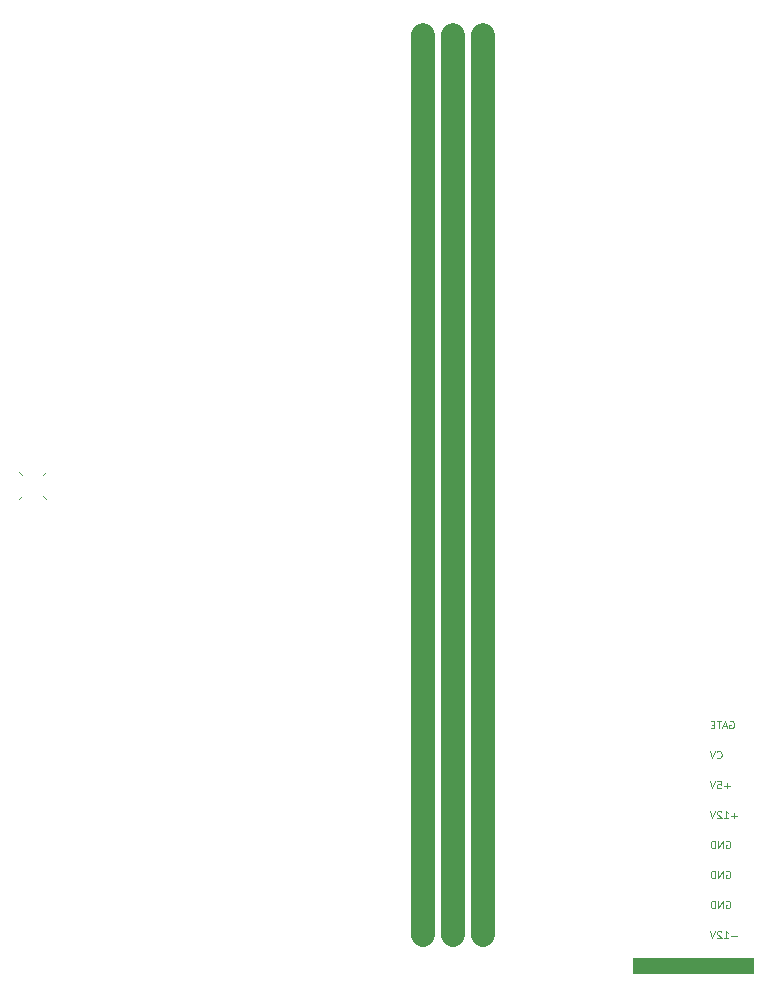
<source format=gbr>
G04 #@! TF.GenerationSoftware,KiCad,Pcbnew,5.1.7-a382d34a8~88~ubuntu16.04.1*
G04 #@! TF.CreationDate,2021-03-11T21:24:15+01:00*
G04 #@! TF.ProjectId,3u-100-eurocard-eurorack-protoboard,33752d31-3030-42d6-9575-726f63617264,rev?*
G04 #@! TF.SameCoordinates,Original*
G04 #@! TF.FileFunction,Legend,Bot*
G04 #@! TF.FilePolarity,Positive*
%FSLAX46Y46*%
G04 Gerber Fmt 4.6, Leading zero omitted, Abs format (unit mm)*
G04 Created by KiCad (PCBNEW 5.1.7-a382d34a8~88~ubuntu16.04.1) date 2021-03-11 21:24:15*
%MOMM*%
%LPD*%
G01*
G04 APERTURE LIST*
%ADD10C,0.125000*%
%ADD11C,0.100000*%
%ADD12C,2.000000*%
G04 APERTURE END LIST*
D10*
X98728321Y-82872500D02*
X98787845Y-82842738D01*
X98877130Y-82842738D01*
X98966416Y-82872500D01*
X99025940Y-82932023D01*
X99055702Y-82991547D01*
X99085464Y-83110595D01*
X99085464Y-83199880D01*
X99055702Y-83318928D01*
X99025940Y-83378452D01*
X98966416Y-83437976D01*
X98877130Y-83467738D01*
X98817607Y-83467738D01*
X98728321Y-83437976D01*
X98698559Y-83408214D01*
X98698559Y-83199880D01*
X98817607Y-83199880D01*
X98430702Y-83467738D02*
X98430702Y-82842738D01*
X98073559Y-83467738D01*
X98073559Y-82842738D01*
X97775940Y-83467738D02*
X97775940Y-82842738D01*
X97627130Y-82842738D01*
X97537845Y-82872500D01*
X97478321Y-82932023D01*
X97448559Y-82991547D01*
X97418797Y-83110595D01*
X97418797Y-83199880D01*
X97448559Y-83318928D01*
X97478321Y-83378452D01*
X97537845Y-83437976D01*
X97627130Y-83467738D01*
X97775940Y-83467738D01*
X98728321Y-80332500D02*
X98787845Y-80302738D01*
X98877130Y-80302738D01*
X98966416Y-80332500D01*
X99025940Y-80392023D01*
X99055702Y-80451547D01*
X99085464Y-80570595D01*
X99085464Y-80659880D01*
X99055702Y-80778928D01*
X99025940Y-80838452D01*
X98966416Y-80897976D01*
X98877130Y-80927738D01*
X98817607Y-80927738D01*
X98728321Y-80897976D01*
X98698559Y-80868214D01*
X98698559Y-80659880D01*
X98817607Y-80659880D01*
X98430702Y-80927738D02*
X98430702Y-80302738D01*
X98073559Y-80927738D01*
X98073559Y-80302738D01*
X97775940Y-80927738D02*
X97775940Y-80302738D01*
X97627130Y-80302738D01*
X97537845Y-80332500D01*
X97478321Y-80392023D01*
X97448559Y-80451547D01*
X97418797Y-80570595D01*
X97418797Y-80659880D01*
X97448559Y-80778928D01*
X97478321Y-80838452D01*
X97537845Y-80897976D01*
X97627130Y-80927738D01*
X97775940Y-80927738D01*
X97954511Y-73248214D02*
X97984273Y-73277976D01*
X98073559Y-73307738D01*
X98133083Y-73307738D01*
X98222369Y-73277976D01*
X98281892Y-73218452D01*
X98311654Y-73158928D01*
X98341416Y-73039880D01*
X98341416Y-72950595D01*
X98311654Y-72831547D01*
X98281892Y-72772023D01*
X98222369Y-72712500D01*
X98133083Y-72682738D01*
X98073559Y-72682738D01*
X97984273Y-72712500D01*
X97954511Y-72742261D01*
X97775940Y-72682738D02*
X97567607Y-73307738D01*
X97359273Y-72682738D01*
X98728321Y-85412500D02*
X98787845Y-85382738D01*
X98877130Y-85382738D01*
X98966416Y-85412500D01*
X99025940Y-85472023D01*
X99055702Y-85531547D01*
X99085464Y-85650595D01*
X99085464Y-85739880D01*
X99055702Y-85858928D01*
X99025940Y-85918452D01*
X98966416Y-85977976D01*
X98877130Y-86007738D01*
X98817607Y-86007738D01*
X98728321Y-85977976D01*
X98698559Y-85948214D01*
X98698559Y-85739880D01*
X98817607Y-85739880D01*
X98430702Y-86007738D02*
X98430702Y-85382738D01*
X98073559Y-86007738D01*
X98073559Y-85382738D01*
X97775940Y-86007738D02*
X97775940Y-85382738D01*
X97627130Y-85382738D01*
X97537845Y-85412500D01*
X97478321Y-85472023D01*
X97448559Y-85531547D01*
X97418797Y-85650595D01*
X97418797Y-85739880D01*
X97448559Y-85858928D01*
X97478321Y-85918452D01*
X97537845Y-85977976D01*
X97627130Y-86007738D01*
X97775940Y-86007738D01*
X99025940Y-70172500D02*
X99085464Y-70142738D01*
X99174750Y-70142738D01*
X99264035Y-70172500D01*
X99323559Y-70232023D01*
X99353321Y-70291547D01*
X99383083Y-70410595D01*
X99383083Y-70499880D01*
X99353321Y-70618928D01*
X99323559Y-70678452D01*
X99264035Y-70737976D01*
X99174750Y-70767738D01*
X99115226Y-70767738D01*
X99025940Y-70737976D01*
X98996178Y-70708214D01*
X98996178Y-70499880D01*
X99115226Y-70499880D01*
X98758083Y-70589166D02*
X98460464Y-70589166D01*
X98817607Y-70767738D02*
X98609273Y-70142738D01*
X98400940Y-70767738D01*
X98281892Y-70142738D02*
X97924750Y-70142738D01*
X98103321Y-70767738D02*
X98103321Y-70142738D01*
X97716416Y-70440357D02*
X97508083Y-70440357D01*
X97418797Y-70767738D02*
X97716416Y-70767738D01*
X97716416Y-70142738D01*
X97418797Y-70142738D01*
X99650940Y-78149642D02*
X99174750Y-78149642D01*
X99412845Y-78387738D02*
X99412845Y-77911547D01*
X98549750Y-78387738D02*
X98906892Y-78387738D01*
X98728321Y-78387738D02*
X98728321Y-77762738D01*
X98787845Y-77852023D01*
X98847369Y-77911547D01*
X98906892Y-77941309D01*
X98311654Y-77822261D02*
X98281892Y-77792500D01*
X98222369Y-77762738D01*
X98073559Y-77762738D01*
X98014035Y-77792500D01*
X97984273Y-77822261D01*
X97954511Y-77881785D01*
X97954511Y-77941309D01*
X97984273Y-78030595D01*
X98341416Y-78387738D01*
X97954511Y-78387738D01*
X97775940Y-77762738D02*
X97567607Y-78387738D01*
X97359273Y-77762738D01*
X99650940Y-88309642D02*
X99174750Y-88309642D01*
X98549750Y-88547738D02*
X98906892Y-88547738D01*
X98728321Y-88547738D02*
X98728321Y-87922738D01*
X98787845Y-88012023D01*
X98847369Y-88071547D01*
X98906892Y-88101309D01*
X98311654Y-87982261D02*
X98281892Y-87952500D01*
X98222369Y-87922738D01*
X98073559Y-87922738D01*
X98014035Y-87952500D01*
X97984273Y-87982261D01*
X97954511Y-88041785D01*
X97954511Y-88101309D01*
X97984273Y-88190595D01*
X98341416Y-88547738D01*
X97954511Y-88547738D01*
X97775940Y-87922738D02*
X97567607Y-88547738D01*
X97359273Y-87922738D01*
X99055702Y-75609642D02*
X98579511Y-75609642D01*
X98817607Y-75847738D02*
X98817607Y-75371547D01*
X97984273Y-75222738D02*
X98281892Y-75222738D01*
X98311654Y-75520357D01*
X98281892Y-75490595D01*
X98222369Y-75460833D01*
X98073559Y-75460833D01*
X98014035Y-75490595D01*
X97984273Y-75520357D01*
X97954511Y-75579880D01*
X97954511Y-75728690D01*
X97984273Y-75788214D01*
X98014035Y-75817976D01*
X98073559Y-75847738D01*
X98222369Y-75847738D01*
X98281892Y-75817976D01*
X98311654Y-75788214D01*
X97775940Y-75222738D02*
X97567607Y-75847738D01*
X97359273Y-75222738D01*
D11*
G36*
X100965000Y-91440000D02*
G01*
X90805000Y-91440000D01*
X90805000Y-90170000D01*
X100965000Y-90170000D01*
X100965000Y-91440000D01*
G37*
X100965000Y-91440000D02*
X90805000Y-91440000D01*
X90805000Y-90170000D01*
X100965000Y-90170000D01*
X100965000Y-91440000D01*
D10*
X38862000Y-51308000D02*
X39116000Y-51054000D01*
X38862000Y-49022000D02*
X39116000Y-49276000D01*
X41148000Y-49022000D02*
X40894000Y-49276000D01*
X41148000Y-51308000D02*
X40894000Y-51054000D01*
D12*
X73025000Y-88265000D02*
X73025000Y-12065000D01*
X78105000Y-88265000D02*
X78105000Y-12065000D01*
X75565000Y-88265000D02*
X75565000Y-12065000D01*
M02*

</source>
